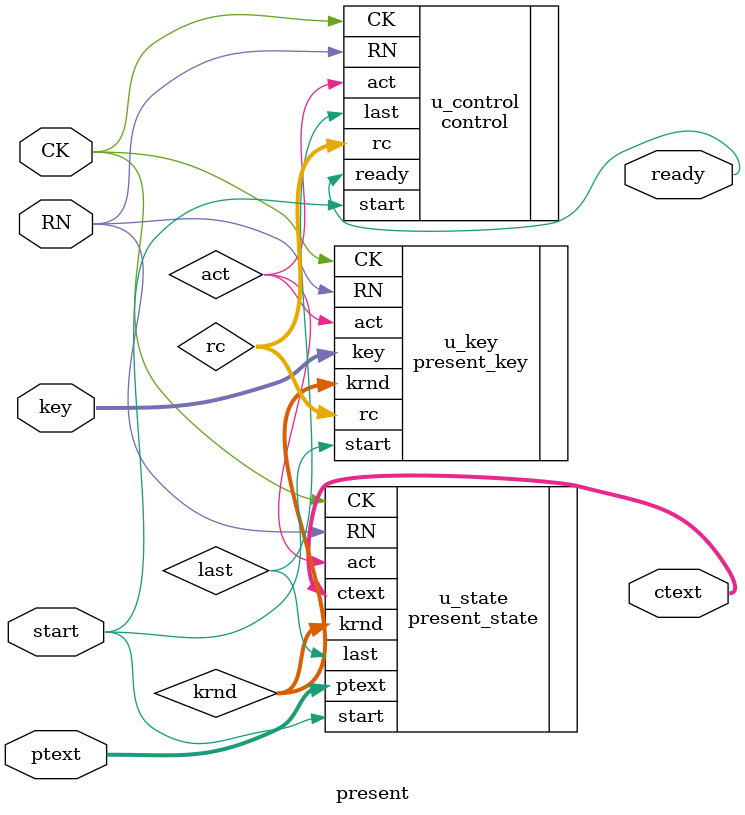
<source format=v>

module  present  ( start, ptext, key, CK, RN, ready, ctext );

input   start;
input   [63:0]  ptext;  
input   [79:0]  key; 
input   CK; 
input   RN;

wire	act, last;
wire	[79:0] krnd;
wire	[4:0] rc;

output  ready;
output  [63:0] ctext; 


control  u_control  (
  .start ( start ),
  .ready ( ready ),
  .last ( last ),
  .act ( act ),
  .CK ( CK ),
  .RN ( RN ),
  .rc ( rc )
  ) ;

present_state  u_state  (
  .start ( start ),
  .act ( act ),
  .last ( last ),
  .ptext ( ptext ),
  .krnd ( krnd ),
  .CK ( CK ),
  .RN ( RN ),
  .ctext ( ctext )
) ;

present_key  u_key  (
  .start ( start ),
  .act( act ),
  .key ( key ),
  .rc ( rc ),
  .CK ( CK ),
  .RN ( RN ),
  .krnd ( krnd )
) ;

endmodule

</source>
